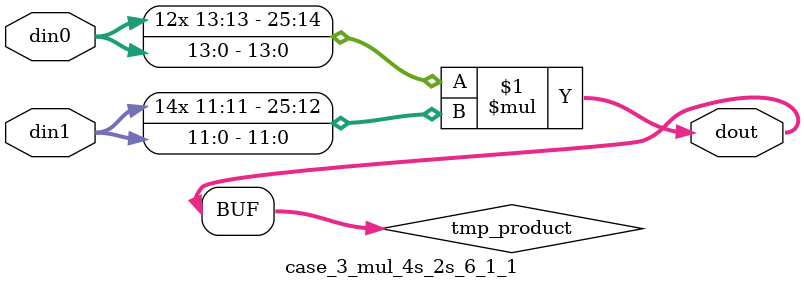
<source format=v>

`timescale 1 ns / 1 ps

 module case_3_mul_4s_2s_6_1_1(din0, din1, dout);
parameter ID = 1;
parameter NUM_STAGE = 0;
parameter din0_WIDTH = 14;
parameter din1_WIDTH = 12;
parameter dout_WIDTH = 26;

input [din0_WIDTH - 1 : 0] din0; 
input [din1_WIDTH - 1 : 0] din1; 
output [dout_WIDTH - 1 : 0] dout;

wire signed [dout_WIDTH - 1 : 0] tmp_product;



























assign tmp_product = $signed(din0) * $signed(din1);








assign dout = tmp_product;





















endmodule

</source>
